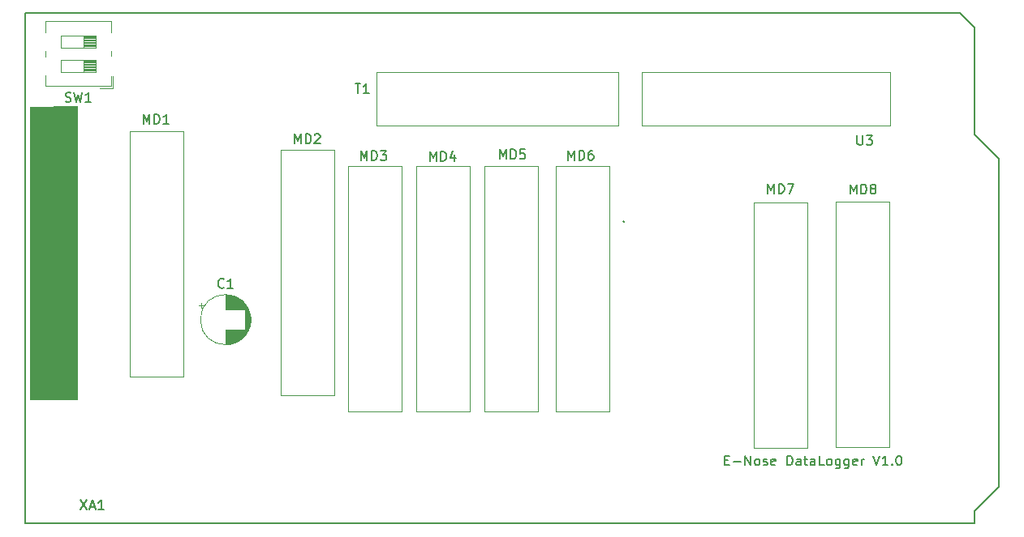
<source format=gbr>
%TF.GenerationSoftware,KiCad,Pcbnew,(5.1.10)-1*%
%TF.CreationDate,2022-02-28T00:28:23+01:00*%
%TF.ProjectId,E-nose,452d6e6f-7365-42e6-9b69-6361645f7063,rev?*%
%TF.SameCoordinates,Original*%
%TF.FileFunction,Legend,Top*%
%TF.FilePolarity,Positive*%
%FSLAX46Y46*%
G04 Gerber Fmt 4.6, Leading zero omitted, Abs format (unit mm)*
G04 Created by KiCad (PCBNEW (5.1.10)-1) date 2022-02-28 00:28:23*
%MOMM*%
%LPD*%
G01*
G04 APERTURE LIST*
%ADD10C,0.100000*%
%ADD11C,0.150000*%
%ADD12C,0.120000*%
G04 APERTURE END LIST*
D10*
G36*
X107977782Y-97539175D02*
G01*
X103043038Y-97580450D01*
X103063675Y-66992500D01*
X107998419Y-66900425D01*
X107977782Y-97539175D01*
G37*
X107977782Y-97539175D02*
X103043038Y-97580450D01*
X103063675Y-66992500D01*
X107998419Y-66900425D01*
X107977782Y-97539175D01*
D11*
X175532614Y-103928871D02*
X175865947Y-103928871D01*
X176008804Y-104452680D02*
X175532614Y-104452680D01*
X175532614Y-103452680D01*
X176008804Y-103452680D01*
X176437376Y-104071728D02*
X177199280Y-104071728D01*
X177675471Y-104452680D02*
X177675471Y-103452680D01*
X178246900Y-104452680D01*
X178246900Y-103452680D01*
X178865947Y-104452680D02*
X178770709Y-104405061D01*
X178723090Y-104357442D01*
X178675471Y-104262204D01*
X178675471Y-103976490D01*
X178723090Y-103881252D01*
X178770709Y-103833633D01*
X178865947Y-103786014D01*
X179008804Y-103786014D01*
X179104042Y-103833633D01*
X179151661Y-103881252D01*
X179199280Y-103976490D01*
X179199280Y-104262204D01*
X179151661Y-104357442D01*
X179104042Y-104405061D01*
X179008804Y-104452680D01*
X178865947Y-104452680D01*
X179580233Y-104405061D02*
X179675471Y-104452680D01*
X179865947Y-104452680D01*
X179961185Y-104405061D01*
X180008804Y-104309823D01*
X180008804Y-104262204D01*
X179961185Y-104166966D01*
X179865947Y-104119347D01*
X179723090Y-104119347D01*
X179627852Y-104071728D01*
X179580233Y-103976490D01*
X179580233Y-103928871D01*
X179627852Y-103833633D01*
X179723090Y-103786014D01*
X179865947Y-103786014D01*
X179961185Y-103833633D01*
X180818328Y-104405061D02*
X180723090Y-104452680D01*
X180532614Y-104452680D01*
X180437376Y-104405061D01*
X180389757Y-104309823D01*
X180389757Y-103928871D01*
X180437376Y-103833633D01*
X180532614Y-103786014D01*
X180723090Y-103786014D01*
X180818328Y-103833633D01*
X180865947Y-103928871D01*
X180865947Y-104024109D01*
X180389757Y-104119347D01*
X182056423Y-104452680D02*
X182056423Y-103452680D01*
X182294519Y-103452680D01*
X182437376Y-103500300D01*
X182532614Y-103595538D01*
X182580233Y-103690776D01*
X182627852Y-103881252D01*
X182627852Y-104024109D01*
X182580233Y-104214585D01*
X182532614Y-104309823D01*
X182437376Y-104405061D01*
X182294519Y-104452680D01*
X182056423Y-104452680D01*
X183484995Y-104452680D02*
X183484995Y-103928871D01*
X183437376Y-103833633D01*
X183342138Y-103786014D01*
X183151661Y-103786014D01*
X183056423Y-103833633D01*
X183484995Y-104405061D02*
X183389757Y-104452680D01*
X183151661Y-104452680D01*
X183056423Y-104405061D01*
X183008804Y-104309823D01*
X183008804Y-104214585D01*
X183056423Y-104119347D01*
X183151661Y-104071728D01*
X183389757Y-104071728D01*
X183484995Y-104024109D01*
X183818328Y-103786014D02*
X184199280Y-103786014D01*
X183961185Y-103452680D02*
X183961185Y-104309823D01*
X184008804Y-104405061D01*
X184104042Y-104452680D01*
X184199280Y-104452680D01*
X184961185Y-104452680D02*
X184961185Y-103928871D01*
X184913566Y-103833633D01*
X184818328Y-103786014D01*
X184627852Y-103786014D01*
X184532614Y-103833633D01*
X184961185Y-104405061D02*
X184865947Y-104452680D01*
X184627852Y-104452680D01*
X184532614Y-104405061D01*
X184484995Y-104309823D01*
X184484995Y-104214585D01*
X184532614Y-104119347D01*
X184627852Y-104071728D01*
X184865947Y-104071728D01*
X184961185Y-104024109D01*
X185913566Y-104452680D02*
X185437376Y-104452680D01*
X185437376Y-103452680D01*
X186389757Y-104452680D02*
X186294519Y-104405061D01*
X186246900Y-104357442D01*
X186199280Y-104262204D01*
X186199280Y-103976490D01*
X186246900Y-103881252D01*
X186294519Y-103833633D01*
X186389757Y-103786014D01*
X186532614Y-103786014D01*
X186627852Y-103833633D01*
X186675471Y-103881252D01*
X186723090Y-103976490D01*
X186723090Y-104262204D01*
X186675471Y-104357442D01*
X186627852Y-104405061D01*
X186532614Y-104452680D01*
X186389757Y-104452680D01*
X187580233Y-103786014D02*
X187580233Y-104595538D01*
X187532614Y-104690776D01*
X187484995Y-104738395D01*
X187389757Y-104786014D01*
X187246900Y-104786014D01*
X187151661Y-104738395D01*
X187580233Y-104405061D02*
X187484995Y-104452680D01*
X187294519Y-104452680D01*
X187199280Y-104405061D01*
X187151661Y-104357442D01*
X187104042Y-104262204D01*
X187104042Y-103976490D01*
X187151661Y-103881252D01*
X187199280Y-103833633D01*
X187294519Y-103786014D01*
X187484995Y-103786014D01*
X187580233Y-103833633D01*
X188484995Y-103786014D02*
X188484995Y-104595538D01*
X188437376Y-104690776D01*
X188389757Y-104738395D01*
X188294519Y-104786014D01*
X188151661Y-104786014D01*
X188056423Y-104738395D01*
X188484995Y-104405061D02*
X188389757Y-104452680D01*
X188199280Y-104452680D01*
X188104042Y-104405061D01*
X188056423Y-104357442D01*
X188008804Y-104262204D01*
X188008804Y-103976490D01*
X188056423Y-103881252D01*
X188104042Y-103833633D01*
X188199280Y-103786014D01*
X188389757Y-103786014D01*
X188484995Y-103833633D01*
X189342138Y-104405061D02*
X189246900Y-104452680D01*
X189056423Y-104452680D01*
X188961185Y-104405061D01*
X188913566Y-104309823D01*
X188913566Y-103928871D01*
X188961185Y-103833633D01*
X189056423Y-103786014D01*
X189246900Y-103786014D01*
X189342138Y-103833633D01*
X189389757Y-103928871D01*
X189389757Y-104024109D01*
X188913566Y-104119347D01*
X189818328Y-104452680D02*
X189818328Y-103786014D01*
X189818328Y-103976490D02*
X189865947Y-103881252D01*
X189913566Y-103833633D01*
X190008804Y-103786014D01*
X190104042Y-103786014D01*
X191056423Y-103452680D02*
X191389757Y-104452680D01*
X191723090Y-103452680D01*
X192580233Y-104452680D02*
X192008804Y-104452680D01*
X192294519Y-104452680D02*
X192294519Y-103452680D01*
X192199280Y-103595538D01*
X192104042Y-103690776D01*
X192008804Y-103738395D01*
X193008804Y-104357442D02*
X193056423Y-104405061D01*
X193008804Y-104452680D01*
X192961185Y-104405061D01*
X193008804Y-104357442D01*
X193008804Y-104452680D01*
X193675471Y-103452680D02*
X193770709Y-103452680D01*
X193865947Y-103500300D01*
X193913566Y-103547919D01*
X193961185Y-103643157D01*
X194008804Y-103833633D01*
X194008804Y-104071728D01*
X193961185Y-104262204D01*
X193913566Y-104357442D01*
X193865947Y-104405061D01*
X193770709Y-104452680D01*
X193675471Y-104452680D01*
X193580233Y-104405061D01*
X193532614Y-104357442D01*
X193484995Y-104262204D01*
X193437376Y-104071728D01*
X193437376Y-103833633D01*
X193484995Y-103643157D01*
X193532614Y-103547919D01*
X193580233Y-103500300D01*
X193675471Y-103452680D01*
%TO.C,XA1*%
X102552500Y-57200800D02*
X102552500Y-110540800D01*
X201612500Y-69900800D02*
X201612500Y-58724800D01*
X204152500Y-72440800D02*
X201612500Y-69900800D01*
X204152500Y-106730800D02*
X204152500Y-72440800D01*
X201612500Y-109270800D02*
X204152500Y-106730800D01*
X201612500Y-110540800D02*
X201612500Y-109270800D01*
X200088500Y-57200800D02*
X201612500Y-58724800D01*
X102552500Y-110540800D02*
X201612500Y-110540800D01*
X102552500Y-57200800D02*
X200088500Y-57200800D01*
D12*
%TO.C,C1*%
X120911325Y-87505200D02*
X120911325Y-88005200D01*
X120661325Y-87755200D02*
X121161325Y-87755200D01*
X126067100Y-88946200D02*
X126067100Y-89514200D01*
X126027100Y-88712200D02*
X126027100Y-89748200D01*
X125987100Y-88553200D02*
X125987100Y-89907200D01*
X125947100Y-88425200D02*
X125947100Y-90035200D01*
X125907100Y-88315200D02*
X125907100Y-90145200D01*
X125867100Y-88219200D02*
X125867100Y-90241200D01*
X125827100Y-88132200D02*
X125827100Y-90328200D01*
X125787100Y-88052200D02*
X125787100Y-90408200D01*
X125747100Y-87979200D02*
X125747100Y-90481200D01*
X125707100Y-87911200D02*
X125707100Y-90549200D01*
X125667100Y-87847200D02*
X125667100Y-90613200D01*
X125627100Y-87787200D02*
X125627100Y-90673200D01*
X125587100Y-87730200D02*
X125587100Y-90730200D01*
X125547100Y-87676200D02*
X125547100Y-90784200D01*
X125507100Y-87625200D02*
X125507100Y-90835200D01*
X125467100Y-90270200D02*
X125467100Y-90883200D01*
X125467100Y-87577200D02*
X125467100Y-88190200D01*
X125427100Y-90270200D02*
X125427100Y-90929200D01*
X125427100Y-87531200D02*
X125427100Y-88190200D01*
X125387100Y-90270200D02*
X125387100Y-90973200D01*
X125387100Y-87487200D02*
X125387100Y-88190200D01*
X125347100Y-90270200D02*
X125347100Y-91015200D01*
X125347100Y-87445200D02*
X125347100Y-88190200D01*
X125307100Y-90270200D02*
X125307100Y-91056200D01*
X125307100Y-87404200D02*
X125307100Y-88190200D01*
X125267100Y-90270200D02*
X125267100Y-91094200D01*
X125267100Y-87366200D02*
X125267100Y-88190200D01*
X125227100Y-90270200D02*
X125227100Y-91131200D01*
X125227100Y-87329200D02*
X125227100Y-88190200D01*
X125187100Y-90270200D02*
X125187100Y-91167200D01*
X125187100Y-87293200D02*
X125187100Y-88190200D01*
X125147100Y-90270200D02*
X125147100Y-91201200D01*
X125147100Y-87259200D02*
X125147100Y-88190200D01*
X125107100Y-90270200D02*
X125107100Y-91234200D01*
X125107100Y-87226200D02*
X125107100Y-88190200D01*
X125067100Y-90270200D02*
X125067100Y-91265200D01*
X125067100Y-87195200D02*
X125067100Y-88190200D01*
X125027100Y-90270200D02*
X125027100Y-91295200D01*
X125027100Y-87165200D02*
X125027100Y-88190200D01*
X124987100Y-90270200D02*
X124987100Y-91325200D01*
X124987100Y-87135200D02*
X124987100Y-88190200D01*
X124947100Y-90270200D02*
X124947100Y-91352200D01*
X124947100Y-87108200D02*
X124947100Y-88190200D01*
X124907100Y-90270200D02*
X124907100Y-91379200D01*
X124907100Y-87081200D02*
X124907100Y-88190200D01*
X124867100Y-90270200D02*
X124867100Y-91405200D01*
X124867100Y-87055200D02*
X124867100Y-88190200D01*
X124827100Y-90270200D02*
X124827100Y-91430200D01*
X124827100Y-87030200D02*
X124827100Y-88190200D01*
X124787100Y-90270200D02*
X124787100Y-91454200D01*
X124787100Y-87006200D02*
X124787100Y-88190200D01*
X124747100Y-90270200D02*
X124747100Y-91477200D01*
X124747100Y-86983200D02*
X124747100Y-88190200D01*
X124707100Y-90270200D02*
X124707100Y-91498200D01*
X124707100Y-86962200D02*
X124707100Y-88190200D01*
X124667100Y-90270200D02*
X124667100Y-91520200D01*
X124667100Y-86940200D02*
X124667100Y-88190200D01*
X124627100Y-90270200D02*
X124627100Y-91540200D01*
X124627100Y-86920200D02*
X124627100Y-88190200D01*
X124587100Y-90270200D02*
X124587100Y-91559200D01*
X124587100Y-86901200D02*
X124587100Y-88190200D01*
X124547100Y-90270200D02*
X124547100Y-91578200D01*
X124547100Y-86882200D02*
X124547100Y-88190200D01*
X124507100Y-90270200D02*
X124507100Y-91595200D01*
X124507100Y-86865200D02*
X124507100Y-88190200D01*
X124467100Y-90270200D02*
X124467100Y-91612200D01*
X124467100Y-86848200D02*
X124467100Y-88190200D01*
X124427100Y-90270200D02*
X124427100Y-91628200D01*
X124427100Y-86832200D02*
X124427100Y-88190200D01*
X124387100Y-90270200D02*
X124387100Y-91644200D01*
X124387100Y-86816200D02*
X124387100Y-88190200D01*
X124347100Y-90270200D02*
X124347100Y-91658200D01*
X124347100Y-86802200D02*
X124347100Y-88190200D01*
X124307100Y-90270200D02*
X124307100Y-91672200D01*
X124307100Y-86788200D02*
X124307100Y-88190200D01*
X124267100Y-90270200D02*
X124267100Y-91685200D01*
X124267100Y-86775200D02*
X124267100Y-88190200D01*
X124227100Y-90270200D02*
X124227100Y-91698200D01*
X124227100Y-86762200D02*
X124227100Y-88190200D01*
X124187100Y-90270200D02*
X124187100Y-91710200D01*
X124187100Y-86750200D02*
X124187100Y-88190200D01*
X124146100Y-90270200D02*
X124146100Y-91721200D01*
X124146100Y-86739200D02*
X124146100Y-88190200D01*
X124106100Y-90270200D02*
X124106100Y-91731200D01*
X124106100Y-86729200D02*
X124106100Y-88190200D01*
X124066100Y-90270200D02*
X124066100Y-91741200D01*
X124066100Y-86719200D02*
X124066100Y-88190200D01*
X124026100Y-90270200D02*
X124026100Y-91750200D01*
X124026100Y-86710200D02*
X124026100Y-88190200D01*
X123986100Y-90270200D02*
X123986100Y-91758200D01*
X123986100Y-86702200D02*
X123986100Y-88190200D01*
X123946100Y-90270200D02*
X123946100Y-91766200D01*
X123946100Y-86694200D02*
X123946100Y-88190200D01*
X123906100Y-90270200D02*
X123906100Y-91773200D01*
X123906100Y-86687200D02*
X123906100Y-88190200D01*
X123866100Y-90270200D02*
X123866100Y-91780200D01*
X123866100Y-86680200D02*
X123866100Y-88190200D01*
X123826100Y-90270200D02*
X123826100Y-91786200D01*
X123826100Y-86674200D02*
X123826100Y-88190200D01*
X123786100Y-90270200D02*
X123786100Y-91791200D01*
X123786100Y-86669200D02*
X123786100Y-88190200D01*
X123746100Y-90270200D02*
X123746100Y-91795200D01*
X123746100Y-86665200D02*
X123746100Y-88190200D01*
X123706100Y-90270200D02*
X123706100Y-91799200D01*
X123706100Y-86661200D02*
X123706100Y-88190200D01*
X123666100Y-90270200D02*
X123666100Y-91803200D01*
X123666100Y-86657200D02*
X123666100Y-88190200D01*
X123626100Y-90270200D02*
X123626100Y-91806200D01*
X123626100Y-86654200D02*
X123626100Y-88190200D01*
X123586100Y-90270200D02*
X123586100Y-91808200D01*
X123586100Y-86652200D02*
X123586100Y-88190200D01*
X123546100Y-90270200D02*
X123546100Y-91809200D01*
X123546100Y-86651200D02*
X123546100Y-88190200D01*
X123506100Y-86650200D02*
X123506100Y-88190200D01*
X123506100Y-90270200D02*
X123506100Y-91810200D01*
X123466100Y-86650200D02*
X123466100Y-88190200D01*
X123466100Y-90270200D02*
X123466100Y-91810200D01*
X126086100Y-89230200D02*
G75*
G03*
X126086100Y-89230200I-2620000J0D01*
G01*
%TO.C,MD1*%
X113499900Y-95199200D02*
X119087900Y-95199200D01*
X113499900Y-69545200D02*
X113499900Y-95199200D01*
X119080900Y-69545200D02*
X119087900Y-95199200D01*
X113499900Y-69545200D02*
X119080900Y-69545200D01*
%TO.C,MD2*%
X129260600Y-71462900D02*
X134841600Y-71462900D01*
X134841600Y-71462900D02*
X134848600Y-97116900D01*
X129260600Y-71462900D02*
X129260600Y-97116900D01*
X129260600Y-97116900D02*
X134848600Y-97116900D01*
%TO.C,MD3*%
X136271000Y-98856800D02*
X141859000Y-98856800D01*
X136271000Y-73202800D02*
X136271000Y-98856800D01*
X141852000Y-73202800D02*
X141859000Y-98856800D01*
X136271000Y-73202800D02*
X141852000Y-73202800D01*
%TO.C,MD4*%
X143395700Y-98793300D02*
X148983700Y-98793300D01*
X143395700Y-73139300D02*
X143395700Y-98793300D01*
X148976700Y-73139300D02*
X148983700Y-98793300D01*
X143395700Y-73139300D02*
X148976700Y-73139300D01*
%TO.C,MD5*%
X150469600Y-73139300D02*
X156050600Y-73139300D01*
X156050600Y-73139300D02*
X156057600Y-98793300D01*
X150469600Y-73139300D02*
X150469600Y-98793300D01*
X150469600Y-98793300D02*
X156057600Y-98793300D01*
%TO.C,MD6*%
X157911800Y-98844100D02*
X163499800Y-98844100D01*
X157911800Y-73190100D02*
X157911800Y-98844100D01*
X163492800Y-73190100D02*
X163499800Y-98844100D01*
X157911800Y-73190100D02*
X163492800Y-73190100D01*
%TO.C,MD7*%
X178562000Y-77025500D02*
X184143000Y-77025500D01*
X184143000Y-77025500D02*
X184150000Y-102679500D01*
X178562000Y-77025500D02*
X178562000Y-102679500D01*
X178562000Y-102679500D02*
X184150000Y-102679500D01*
%TO.C,MD8*%
X187159900Y-102527100D02*
X192747900Y-102527100D01*
X187159900Y-76873100D02*
X187159900Y-102527100D01*
X192740900Y-76873100D02*
X192747900Y-102527100D01*
X187159900Y-76873100D02*
X192740900Y-76873100D01*
%TO.C,T1*%
X139179300Y-63385700D02*
X139179300Y-68973700D01*
X164452300Y-63385700D02*
X139179300Y-63385700D01*
X164452300Y-68973700D02*
X139179300Y-68973700D01*
X164452300Y-63385700D02*
X164452300Y-68966700D01*
%TO.C,U3*%
X166941500Y-63385700D02*
X166941500Y-68973700D01*
X192849500Y-63385700D02*
X166941500Y-63385700D01*
X192849500Y-68966700D02*
X166941500Y-68973700D01*
X192849500Y-63385700D02*
X192849500Y-68966700D01*
%TO.C,SW1*%
X111499700Y-64809900D02*
X104678700Y-64809900D01*
X111499700Y-58049900D02*
X104678700Y-58049900D01*
X111499700Y-64809900D02*
X111499700Y-63739900D01*
X111499700Y-61659900D02*
X111499700Y-61148900D01*
X111499700Y-59169900D02*
X111499700Y-58049900D01*
X104678700Y-59169900D02*
X104678700Y-58049900D01*
X104678700Y-64809900D02*
X104678700Y-63689900D01*
X104678700Y-61709900D02*
X104678700Y-61148900D01*
X111739700Y-65049900D02*
X110356700Y-65049900D01*
X111739700Y-65049900D02*
X111739700Y-63739900D01*
X109899700Y-63334900D02*
X109899700Y-62064900D01*
X109899700Y-62064900D02*
X106279700Y-62064900D01*
X106279700Y-62064900D02*
X106279700Y-63334900D01*
X106279700Y-63334900D02*
X109899700Y-63334900D01*
X109899700Y-63214900D02*
X108693033Y-63214900D01*
X109899700Y-63094900D02*
X108693033Y-63094900D01*
X109899700Y-62974900D02*
X108693033Y-62974900D01*
X109899700Y-62854900D02*
X108693033Y-62854900D01*
X109899700Y-62734900D02*
X108693033Y-62734900D01*
X109899700Y-62614900D02*
X108693033Y-62614900D01*
X109899700Y-62494900D02*
X108693033Y-62494900D01*
X109899700Y-62374900D02*
X108693033Y-62374900D01*
X109899700Y-62254900D02*
X108693033Y-62254900D01*
X109899700Y-62134900D02*
X108693033Y-62134900D01*
X108693033Y-63334900D02*
X108693033Y-62064900D01*
X109899700Y-60794900D02*
X109899700Y-59524900D01*
X109899700Y-59524900D02*
X106279700Y-59524900D01*
X106279700Y-59524900D02*
X106279700Y-60794900D01*
X106279700Y-60794900D02*
X109899700Y-60794900D01*
X109899700Y-60674900D02*
X108693033Y-60674900D01*
X109899700Y-60554900D02*
X108693033Y-60554900D01*
X109899700Y-60434900D02*
X108693033Y-60434900D01*
X109899700Y-60314900D02*
X108693033Y-60314900D01*
X109899700Y-60194900D02*
X108693033Y-60194900D01*
X109899700Y-60074900D02*
X108693033Y-60074900D01*
X109899700Y-59954900D02*
X108693033Y-59954900D01*
X109899700Y-59834900D02*
X108693033Y-59834900D01*
X109899700Y-59714900D02*
X108693033Y-59714900D01*
X109899700Y-59594900D02*
X108693033Y-59594900D01*
X108693033Y-60794900D02*
X108693033Y-59524900D01*
%TO.C,*%
D11*
%TO.C,XA1*%
X108337504Y-108075480D02*
X109004171Y-109075480D01*
X109004171Y-108075480D02*
X108337504Y-109075480D01*
X109337504Y-108789766D02*
X109813695Y-108789766D01*
X109242266Y-109075480D02*
X109575600Y-108075480D01*
X109908933Y-109075480D01*
X110766076Y-109075480D02*
X110194647Y-109075480D01*
X110480361Y-109075480D02*
X110480361Y-108075480D01*
X110385123Y-108218338D01*
X110289885Y-108313576D01*
X110194647Y-108361195D01*
X165036500Y-78893942D02*
X165084119Y-78941561D01*
X165036500Y-78989180D01*
X164988880Y-78941561D01*
X165036500Y-78893942D01*
X165036500Y-78989180D01*
%TO.C,C1*%
X123299433Y-85837342D02*
X123251814Y-85884961D01*
X123108957Y-85932580D01*
X123013719Y-85932580D01*
X122870861Y-85884961D01*
X122775623Y-85789723D01*
X122728004Y-85694485D01*
X122680385Y-85504009D01*
X122680385Y-85361152D01*
X122728004Y-85170676D01*
X122775623Y-85075438D01*
X122870861Y-84980200D01*
X123013719Y-84932580D01*
X123108957Y-84932580D01*
X123251814Y-84980200D01*
X123299433Y-85027819D01*
X124251814Y-85932580D02*
X123680385Y-85932580D01*
X123966100Y-85932580D02*
X123966100Y-84932580D01*
X123870861Y-85075438D01*
X123775623Y-85170676D01*
X123680385Y-85218295D01*
%TO.C,MD1*%
X114882776Y-68765680D02*
X114882776Y-67765680D01*
X115216109Y-68479966D01*
X115549442Y-67765680D01*
X115549442Y-68765680D01*
X116025633Y-68765680D02*
X116025633Y-67765680D01*
X116263728Y-67765680D01*
X116406585Y-67813300D01*
X116501823Y-67908538D01*
X116549442Y-68003776D01*
X116597061Y-68194252D01*
X116597061Y-68337109D01*
X116549442Y-68527585D01*
X116501823Y-68622823D01*
X116406585Y-68718061D01*
X116263728Y-68765680D01*
X116025633Y-68765680D01*
X117549442Y-68765680D02*
X116978014Y-68765680D01*
X117263728Y-68765680D02*
X117263728Y-67765680D01*
X117168490Y-67908538D01*
X117073252Y-68003776D01*
X116978014Y-68051395D01*
%TO.C,MD2*%
X130668876Y-70823080D02*
X130668876Y-69823080D01*
X131002209Y-70537366D01*
X131335542Y-69823080D01*
X131335542Y-70823080D01*
X131811733Y-70823080D02*
X131811733Y-69823080D01*
X132049828Y-69823080D01*
X132192685Y-69870700D01*
X132287923Y-69965938D01*
X132335542Y-70061176D01*
X132383161Y-70251652D01*
X132383161Y-70394509D01*
X132335542Y-70584985D01*
X132287923Y-70680223D01*
X132192685Y-70775461D01*
X132049828Y-70823080D01*
X131811733Y-70823080D01*
X132764114Y-69918319D02*
X132811733Y-69870700D01*
X132906971Y-69823080D01*
X133145066Y-69823080D01*
X133240304Y-69870700D01*
X133287923Y-69918319D01*
X133335542Y-70013557D01*
X133335542Y-70108795D01*
X133287923Y-70251652D01*
X132716495Y-70823080D01*
X133335542Y-70823080D01*
%TO.C,MD3*%
X137577676Y-72588380D02*
X137577676Y-71588380D01*
X137911009Y-72302666D01*
X138244342Y-71588380D01*
X138244342Y-72588380D01*
X138720533Y-72588380D02*
X138720533Y-71588380D01*
X138958628Y-71588380D01*
X139101485Y-71636000D01*
X139196723Y-71731238D01*
X139244342Y-71826476D01*
X139291961Y-72016952D01*
X139291961Y-72159809D01*
X139244342Y-72350285D01*
X139196723Y-72445523D01*
X139101485Y-72540761D01*
X138958628Y-72588380D01*
X138720533Y-72588380D01*
X139625295Y-71588380D02*
X140244342Y-71588380D01*
X139911009Y-71969333D01*
X140053866Y-71969333D01*
X140149104Y-72016952D01*
X140196723Y-72064571D01*
X140244342Y-72159809D01*
X140244342Y-72397904D01*
X140196723Y-72493142D01*
X140149104Y-72540761D01*
X140053866Y-72588380D01*
X139768152Y-72588380D01*
X139672914Y-72540761D01*
X139625295Y-72493142D01*
%TO.C,MD4*%
X144803976Y-72651880D02*
X144803976Y-71651880D01*
X145137309Y-72366166D01*
X145470642Y-71651880D01*
X145470642Y-72651880D01*
X145946833Y-72651880D02*
X145946833Y-71651880D01*
X146184928Y-71651880D01*
X146327785Y-71699500D01*
X146423023Y-71794738D01*
X146470642Y-71889976D01*
X146518261Y-72080452D01*
X146518261Y-72223309D01*
X146470642Y-72413785D01*
X146423023Y-72509023D01*
X146327785Y-72604261D01*
X146184928Y-72651880D01*
X145946833Y-72651880D01*
X147375404Y-71985214D02*
X147375404Y-72651880D01*
X147137309Y-71604261D02*
X146899214Y-72318547D01*
X147518261Y-72318547D01*
%TO.C,MD5*%
X152081076Y-72435980D02*
X152081076Y-71435980D01*
X152414409Y-72150266D01*
X152747742Y-71435980D01*
X152747742Y-72435980D01*
X153223933Y-72435980D02*
X153223933Y-71435980D01*
X153462028Y-71435980D01*
X153604885Y-71483600D01*
X153700123Y-71578838D01*
X153747742Y-71674076D01*
X153795361Y-71864552D01*
X153795361Y-72007409D01*
X153747742Y-72197885D01*
X153700123Y-72293123D01*
X153604885Y-72388361D01*
X153462028Y-72435980D01*
X153223933Y-72435980D01*
X154700123Y-71435980D02*
X154223933Y-71435980D01*
X154176314Y-71912171D01*
X154223933Y-71864552D01*
X154319171Y-71816933D01*
X154557266Y-71816933D01*
X154652504Y-71864552D01*
X154700123Y-71912171D01*
X154747742Y-72007409D01*
X154747742Y-72245504D01*
X154700123Y-72340742D01*
X154652504Y-72388361D01*
X154557266Y-72435980D01*
X154319171Y-72435980D01*
X154223933Y-72388361D01*
X154176314Y-72340742D01*
%TO.C,MD6*%
X159205776Y-72550280D02*
X159205776Y-71550280D01*
X159539109Y-72264566D01*
X159872442Y-71550280D01*
X159872442Y-72550280D01*
X160348633Y-72550280D02*
X160348633Y-71550280D01*
X160586728Y-71550280D01*
X160729585Y-71597900D01*
X160824823Y-71693138D01*
X160872442Y-71788376D01*
X160920061Y-71978852D01*
X160920061Y-72121709D01*
X160872442Y-72312185D01*
X160824823Y-72407423D01*
X160729585Y-72502661D01*
X160586728Y-72550280D01*
X160348633Y-72550280D01*
X161777204Y-71550280D02*
X161586728Y-71550280D01*
X161491490Y-71597900D01*
X161443871Y-71645519D01*
X161348633Y-71788376D01*
X161301014Y-71978852D01*
X161301014Y-72359804D01*
X161348633Y-72455042D01*
X161396252Y-72502661D01*
X161491490Y-72550280D01*
X161681966Y-72550280D01*
X161777204Y-72502661D01*
X161824823Y-72455042D01*
X161872442Y-72359804D01*
X161872442Y-72121709D01*
X161824823Y-72026471D01*
X161777204Y-71978852D01*
X161681966Y-71931233D01*
X161491490Y-71931233D01*
X161396252Y-71978852D01*
X161348633Y-72026471D01*
X161301014Y-72121709D01*
%TO.C,MD7*%
X180059176Y-76042780D02*
X180059176Y-75042780D01*
X180392509Y-75757066D01*
X180725842Y-75042780D01*
X180725842Y-76042780D01*
X181202033Y-76042780D02*
X181202033Y-75042780D01*
X181440128Y-75042780D01*
X181582985Y-75090400D01*
X181678223Y-75185638D01*
X181725842Y-75280876D01*
X181773461Y-75471352D01*
X181773461Y-75614209D01*
X181725842Y-75804685D01*
X181678223Y-75899923D01*
X181582985Y-75995161D01*
X181440128Y-76042780D01*
X181202033Y-76042780D01*
X182106795Y-75042780D02*
X182773461Y-75042780D01*
X182344890Y-76042780D01*
%TO.C,MD8*%
X188644376Y-76093580D02*
X188644376Y-75093580D01*
X188977709Y-75807866D01*
X189311042Y-75093580D01*
X189311042Y-76093580D01*
X189787233Y-76093580D02*
X189787233Y-75093580D01*
X190025328Y-75093580D01*
X190168185Y-75141200D01*
X190263423Y-75236438D01*
X190311042Y-75331676D01*
X190358661Y-75522152D01*
X190358661Y-75665009D01*
X190311042Y-75855485D01*
X190263423Y-75950723D01*
X190168185Y-76045961D01*
X190025328Y-76093580D01*
X189787233Y-76093580D01*
X190930090Y-75522152D02*
X190834852Y-75474533D01*
X190787233Y-75426914D01*
X190739614Y-75331676D01*
X190739614Y-75284057D01*
X190787233Y-75188819D01*
X190834852Y-75141200D01*
X190930090Y-75093580D01*
X191120566Y-75093580D01*
X191215804Y-75141200D01*
X191263423Y-75188819D01*
X191311042Y-75284057D01*
X191311042Y-75331676D01*
X191263423Y-75426914D01*
X191215804Y-75474533D01*
X191120566Y-75522152D01*
X190930090Y-75522152D01*
X190834852Y-75569771D01*
X190787233Y-75617390D01*
X190739614Y-75712628D01*
X190739614Y-75903104D01*
X190787233Y-75998342D01*
X190834852Y-76045961D01*
X190930090Y-76093580D01*
X191120566Y-76093580D01*
X191215804Y-76045961D01*
X191263423Y-75998342D01*
X191311042Y-75903104D01*
X191311042Y-75712628D01*
X191263423Y-75617390D01*
X191215804Y-75569771D01*
X191120566Y-75522152D01*
%TO.C,T1*%
X136994995Y-64577980D02*
X137566423Y-64577980D01*
X137280709Y-65577980D02*
X137280709Y-64577980D01*
X138423566Y-65577980D02*
X137852138Y-65577980D01*
X138137852Y-65577980D02*
X138137852Y-64577980D01*
X138042614Y-64720838D01*
X137947376Y-64816076D01*
X137852138Y-64863695D01*
%TO.C,U3*%
X189382495Y-69975480D02*
X189382495Y-70785004D01*
X189430114Y-70880242D01*
X189477733Y-70927861D01*
X189572971Y-70975480D01*
X189763447Y-70975480D01*
X189858685Y-70927861D01*
X189906304Y-70880242D01*
X189953923Y-70785004D01*
X189953923Y-69975480D01*
X190334876Y-69975480D02*
X190953923Y-69975480D01*
X190620590Y-70356433D01*
X190763447Y-70356433D01*
X190858685Y-70404052D01*
X190906304Y-70451671D01*
X190953923Y-70546909D01*
X190953923Y-70785004D01*
X190906304Y-70880242D01*
X190858685Y-70927861D01*
X190763447Y-70975480D01*
X190477733Y-70975480D01*
X190382495Y-70927861D01*
X190334876Y-70880242D01*
%TO.C,SW1*%
X106756366Y-66419361D02*
X106899223Y-66466980D01*
X107137319Y-66466980D01*
X107232557Y-66419361D01*
X107280176Y-66371742D01*
X107327795Y-66276504D01*
X107327795Y-66181266D01*
X107280176Y-66086028D01*
X107232557Y-66038409D01*
X107137319Y-65990790D01*
X106946842Y-65943171D01*
X106851604Y-65895552D01*
X106803985Y-65847933D01*
X106756366Y-65752695D01*
X106756366Y-65657457D01*
X106803985Y-65562219D01*
X106851604Y-65514600D01*
X106946842Y-65466980D01*
X107184938Y-65466980D01*
X107327795Y-65514600D01*
X107661128Y-65466980D02*
X107899223Y-66466980D01*
X108089700Y-65752695D01*
X108280176Y-66466980D01*
X108518271Y-65466980D01*
X109423033Y-66466980D02*
X108851604Y-66466980D01*
X109137319Y-66466980D02*
X109137319Y-65466980D01*
X109042080Y-65609838D01*
X108946842Y-65705076D01*
X108851604Y-65752695D01*
%TD*%
M02*

</source>
